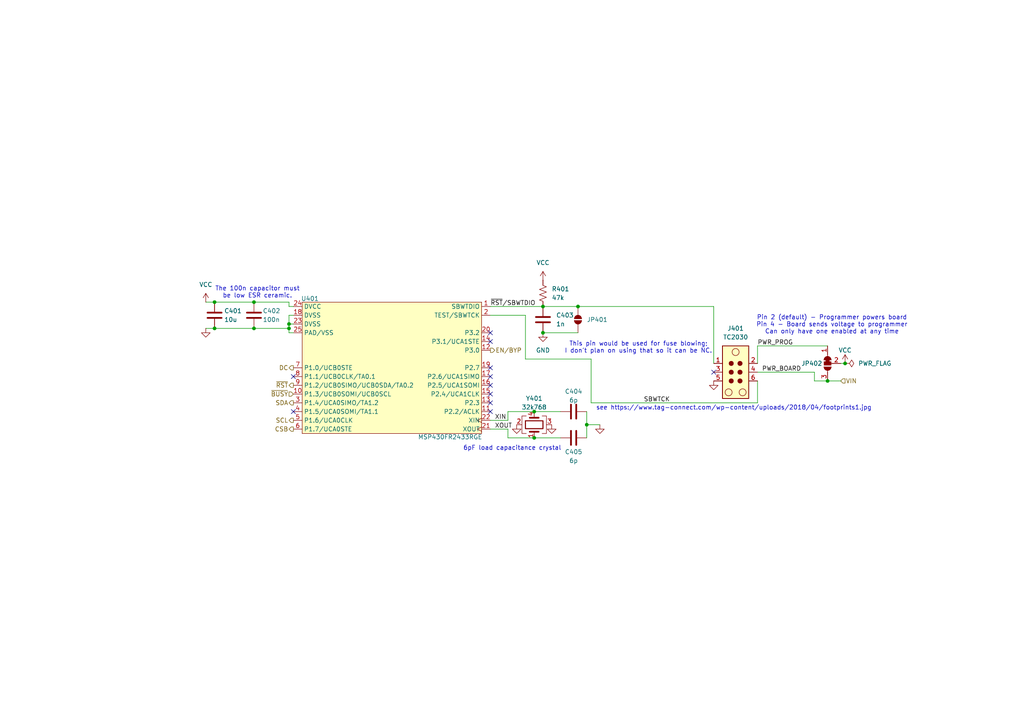
<source format=kicad_sch>
(kicad_sch (version 20250114) (generator "eeschema") (generator_version "9.0")
  (paper "A4")
  (title_block (title "Game of Life PCB Business Card") (date "2025-08-29") (rev "1.0") (company "Adam Sura"))
  (lib_symbols
    (symbol "Device:C" (pin_numbers (hide yes)) (pin_names (offset 0.254))
      (property "Reference" "C" (at 0.635 2.54 0))
      (property "Value" "C" (at 0.635 -2.54 0))
      (symbol "C_0_1"
        (polyline (pts (xy -2.032 0.762) (xy 2.032 0.762)) (stroke (width 0.508)))
        (polyline (pts (xy -2.032 -0.762) (xy 2.032 -0.762)) (stroke (width 0.508)))
      )
      (symbol "C_1_1"
        (pin passive line (at 0 3.81 270) (length 2.794) (name "~") (number "1"))
        (pin passive line (at 0 -3.81 90) (length 2.794) (name "~") (number "2"))
      )
    )
    (symbol "Device:Crystal_GND23" (pin_names (offset 1.016) (hide yes))
      (property "Reference" "Y" (at 3.175 5.08 0))
      (property "Value" "Crystal_GND23" (at 3.175 3.175 0))
      (symbol "Crystal_GND23_0_1"
        (polyline (pts (xy -2.54 2.286) (xy -2.54 3.556) (xy 2.54 3.556) (xy 2.54 2.286)))
        (polyline (pts (xy -2.54 0) (xy -2.032 0)))
        (polyline (pts (xy -2.54 -2.286) (xy -2.54 -3.556) (xy 2.54 -3.556) (xy 2.54 -2.286)))
        (polyline (pts (xy -2.032 -1.27) (xy -2.032 1.27)) (stroke (width 0.508)))
        (rectangle (start -1.143 2.54) (end 1.143 -2.54) (stroke (width 0.3048)))
        (polyline (pts (xy 0 3.556) (xy 0 3.81)))
        (polyline (pts (xy 0 -3.81) (xy 0 -3.556)))
        (polyline (pts (xy 2.032 0) (xy 2.54 0)))
        (polyline (pts (xy 2.032 -1.27) (xy 2.032 1.27)) (stroke (width 0.508)))
      )
      (symbol "Crystal_GND23_1_1"
        (pin passive line (at -3.81 0 0) (length 1.27) (name "1") (number "1"))
        (pin passive line (at 0 5.08 270) (length 1.27) (name "2") (number "2"))
        (pin passive line (at 0 -5.08 90) (length 1.27) (name "3") (number "3"))
        (pin passive line (at 3.81 0 180) (length 1.27) (name "4") (number "4"))
      )
    )
    (symbol "Device:R_US" (pin_numbers (hide yes)) (pin_names (offset 0))
      (property "Reference" "R" (at 2.54 0 90))
      (property "Value" "R_US" (at -2.54 0 90))
      (symbol "R_US_0_1"
        (polyline (pts (xy 0 2.286) (xy 0 2.54)))
        (polyline (pts (xy 0 2.286) (xy 1.016 1.905) (xy 0 1.524) (xy -1.016 1.143) (xy 0 0.762)))
        (polyline (pts (xy 0 0.762) (xy 1.016 0.381) (xy 0 0) (xy -1.016 -0.381) (xy 0 -0.762)))
        (polyline (pts (xy 0 -0.762) (xy 1.016 -1.143) (xy 0 -1.524) (xy -1.016 -1.905) (xy 0 -2.286)))
        (polyline (pts (xy 0 -2.286) (xy 0 -2.54)))
      )
      (symbol "R_US_1_1"
        (pin passive line (at 0 3.81 270) (length 1.27) (name "~") (number "1"))
        (pin passive line (at 0 -3.81 90) (length 1.27) (name "~") (number "2"))
      )
    )
    (symbol "Jumper:SolderJumper_2_Open" (pin_numbers (hide yes)) (pin_names (offset 0) (hide yes)) (in_bom no)
      (property "Reference" "JP" (at 0 2.032 0))
      (property "Value" "SolderJumper_2_Open" (at 0 -2.54 0))
      (symbol "SolderJumper_2_Open_0_1"
        (polyline (pts (xy -0.254 1.016) (xy -0.254 -1.016)))
        (arc (start -0.254 -1.016) (mid -1.2656 0) (end -0.254 1.016))
        (arc (start -0.254 -1.016) (mid -1.2656 0) (end -0.254 1.016) (fill (type outline)))
        (arc (start 0.254 1.016) (mid 1.2656 0) (end 0.254 -1.016))
        (arc (start 0.254 1.016) (mid 1.2656 0) (end 0.254 -1.016) (fill (type outline)))
        (polyline (pts (xy 0.254 1.016) (xy 0.254 -1.016)))
      )
      (symbol "SolderJumper_2_Open_1_1"
        (pin passive line (at -3.81 0 0) (length 2.54) (name "A") (number "1"))
        (pin passive line (at 3.81 0 180) (length 2.54) (name "B") (number "2"))
      )
    )
    (symbol "Jumper:SolderJumper_3_Bridged12" (pin_names (offset 0) (hide yes)) (in_bom no)
      (property "Reference" "JP" (at -2.54 -2.54 0))
      (property "Value" "SolderJumper_3_Bridged12" (at 0 2.794 0))
      (symbol "SolderJumper_3_Bridged12_0_1"
        (polyline (pts (xy -2.54 0) (xy -2.032 0)))
        (polyline (pts (xy -1.016 1.016) (xy -1.016 -1.016)))
        (rectangle (start -1.016 0.508) (end -0.508 -0.508) (fill (type outline)))
        (arc (start -1.016 -1.016) (mid -2.0276 0) (end -1.016 1.016))
        (arc (start -1.016 -1.016) (mid -2.0276 0) (end -1.016 1.016) (fill (type outline)))
        (rectangle (start -0.508 1.016) (end 0.508 -1.016) (fill (type outline)))
        (polyline (pts (xy 0 -1.27) (xy 0 -1.016)))
        (arc (start 1.016 1.016) (mid 2.0276 0) (end 1.016 -1.016))
        (arc (start 1.016 1.016) (mid 2.0276 0) (end 1.016 -1.016) (fill (type outline)))
        (polyline (pts (xy 1.016 1.016) (xy 1.016 -1.016)))
        (polyline (pts (xy 2.54 0) (xy 2.032 0)))
      )
      (symbol "SolderJumper_3_Bridged12_1_1"
        (pin passive line (at -5.08 0 0) (length 2.54) (name "A") (number "1"))
        (pin passive line (at 0 -3.81 90) (length 2.54) (name "C") (number "2"))
        (pin passive line (at 5.08 0 180) (length 2.54) (name "B") (number "3"))
      )
    )
    (symbol "gol_card_sym:MSP430FR2433"
      (property "Reference" "U" (at -24.638 18.796 0))
      (property "Value" "MSP430FR2433RGE" (at 0 0 0))
      (symbol "MSP430FR2433_1_1"
        (rectangle (start -25.4 17.78) (end 26.67 -20.32) (fill (type color) (color 255 255 194 1)))
        (pin power_in line (at -27.94 16.51 0) (length 2.54) (name "DVCC") (number "24"))
        (pin power_in line (at -27.94 13.97 0) (length 2.54) (name "DVSS") (number "18"))
        (pin power_in line (at -27.94 11.43 0) (length 2.54) (name "DVSS") (number "23"))
        (pin power_in line (at -27.94 8.89 0) (length 2.54) (name "PAD/VSS") (number "25"))
        (pin bidirectional line (at -27.94 -1.27 0) (length 2.54) (name "P1.0/UCB0STE") (number "7"))
        (pin bidirectional line (at -27.94 -3.81 0) (length 2.54) (name "P1.1/UCB0CLK/TA0.1") (number "8"))
        (pin bidirectional line (at -27.94 -6.35 0) (length 2.54) (name "P1.2/UCB0SIMO/UCB0SDA/TA0.2") (number "9"))
        (pin bidirectional line (at -27.94 -8.89 0) (length 2.54) (name "P1.3/UCB0SOMI/UCB0SCL") (number "10"))
        (pin bidirectional line (at -27.94 -11.43 0) (length 2.54) (name "P1.4/UCA0SIMO/TA1.2") (number "3"))
        (pin bidirectional line (at -27.94 -13.97 0) (length 2.54) (name "P1.5/UCA0SOMI/TA1.1") (number "4"))
        (pin bidirectional line (at -27.94 -16.51 0) (length 2.54) (name "P1.6/UCA0CLK") (number "5"))
        (pin bidirectional line (at -27.94 -19.05 0) (length 2.54) (name "P1.7/UCA0STE") (number "6"))
        (pin input line (at 29.21 16.51 180) (length 2.54) (name "~{RST}/NMI") (number "1") (alternate "SBWTDIO" bidirectional line))
        (pin input line (at 29.21 13.97 180) (length 2.54) (name "TEST/SBWTCK") (number "2"))
        (pin bidirectional line (at 29.21 8.89 180) (length 2.54) (name "P3.2") (number "20"))
        (pin bidirectional line (at 29.21 6.35 180) (length 2.54) (name "P3.1/UCA1STE") (number "14"))
        (pin bidirectional line (at 29.21 3.81 180) (length 2.54) (name "P3.0") (number "12"))
        (pin bidirectional line (at 29.21 -1.27 180) (length 2.54) (name "P2.7") (number "19"))
        (pin bidirectional line (at 29.21 -3.81 180) (length 2.54) (name "P2.6/UCA1SIMO") (number "17"))
        (pin bidirectional line (at 29.21 -6.35 180) (length 2.54) (name "P2.5/UCA1SOMI") (number "16"))
        (pin bidirectional line (at 29.21 -8.89 180) (length 2.54) (name "P2.4/UCA1CLK") (number "15"))
        (pin bidirectional line (at 29.21 -11.43 180) (length 2.54) (name "P2.3") (number "13"))
        (pin bidirectional line (at 29.21 -13.97 180) (length 2.54) (name "P2.2/ACLK") (number "11"))
        (pin bidirectional line (at 29.21 -16.51 180) (length 2.54) (name "P2.1") (number "22") (alternate "XIN" input clock))
        (pin bidirectional line (at 29.21 -19.05 180) (length 2.54) (name "P2.0") (number "21") (alternate "XOUT" output clock))
      )
    )
    (symbol "gol_card_sym:TC2030_Legs" (in_bom no)
      (property "Reference" "J" (at 1.27 8.89 0))
      (property "Value" "TC2030_Legs" (at 1.27 -8.89 0))
      (symbol "TC2030_Legs_1_1"
        (rectangle (start -2.54 7.62) (end 5.08 -7.62) (stroke (width 0.254)) (fill (type background)))
        (circle (center -0.762 -5.842) (radius 1.016))
        (circle (center 0 2.54) (radius 0.635) (fill (type outline)))
        (circle (center 0 0) (radius 0.635) (fill (type outline)))
        (circle (center 0 -2.54) (radius 0.635) (fill (type outline)))
        (circle (center 1.27 5.842) (radius 1.016))
        (circle (center 2.54 2.54) (radius 0.635) (fill (type outline)))
        (circle (center 2.54 0) (radius 0.635) (fill (type outline)))
        (circle (center 2.54 -2.54) (radius 0.635) (fill (type outline)))
        (circle (center 3.302 -5.842) (radius 1.016))
        (pin passive line (at -5.08 2.54 0) (length 2.54) (name "~") (number "1"))
        (pin passive line (at -5.08 0 0) (length 2.54) (name "~") (number "3"))
        (pin passive line (at -5.08 -2.54 0) (length 2.54) (name "~") (number "5"))
        (pin passive line (at 7.62 2.54 180) (length 2.54) (name "~") (number "2"))
        (pin passive line (at 7.62 0 180) (length 2.54) (name "~") (number "4"))
        (pin passive line (at 7.62 -2.54 180) (length 2.54) (name "~") (number "6"))
      )
    )
    (symbol "power:GND" (power) (pin_numbers (hide yes)) (pin_names (offset 0) (hide yes))
      (property "Value" "GND" (at 0 -3.81 0))
      (symbol "GND_0_1"
        (polyline (pts (xy 0 0) (xy 0 -1.27) (xy 1.27 -1.27) (xy 0 -2.54) (xy -1.27 -1.27) (xy 0 -1.27)))
      )
      (symbol "GND_1_1"
        (pin power_in line (at 0 0 270) (length 0) (name "~") (number "1"))
      )
    )
    (symbol "power:PWR_FLAG" (power) (pin_numbers (hide yes)) (pin_names (offset 0) (hide yes))
      (property "Value" "PWR_FLAG" (at 0 3.81 0))
      (symbol "PWR_FLAG_0_0"
        (pin power_out line (at 0 0 90) (length 0) (name "~") (number "1"))
      )
      (symbol "PWR_FLAG_0_1"
        (polyline (pts (xy 0 0) (xy 0 1.27) (xy -1.016 1.905) (xy 0 2.54) (xy 1.016 1.905) (xy 0 1.27)))
      )
    )
    (symbol "power:VCC" (power) (pin_numbers (hide yes)) (pin_names (offset 0) (hide yes))
      (property "Value" "VCC" (at 0 3.556 0))
      (symbol "VCC_0_1"
        (polyline (pts (xy -0.762 1.27) (xy 0 2.54)))
        (polyline (pts (xy 0 2.54) (xy 0.762 1.27)))
        (polyline (pts (xy 0 0) (xy 0 2.54)))
      )
      (symbol "VCC_1_1"
        (pin power_in line (at 0 0 90) (length 0) (name "~") (number "1"))
      )
    )
  )
  (text "The 100n capacitor must\nbe low ESR ceramic." (at 74.676 84.836 0) (effects (font (size 1.27 1.27))))
  (text "see https://www.tag-connect.com/wp-content/uploads/2018/04/footprints1.jpg" (at 212.852 118.364 0) (effects (font (size 1.27 1.27))))
  (text "Pin 2 (default) - Programmer powers board\nPin 4 - Board sends voltage to programmer\nCan only have one enabled at any time" (at 241.3 94.234 0) (effects (font (size 1.27 1.27))))
  (text "This pin would be used for fuse blowing;\nI don't plan on using that so it can be NC." (at 185.166 100.838 0) (effects (font (size 1.27 1.27))))
  (text "6pF load capacitance crystal" (at 148.59 130.048 0) (effects (font (size 1.27 1.27))))
  (junction (at 245.11 105.41))
  (junction (at 62.23 95.25))
  (junction (at 62.23 87.63))
  (junction (at 167.64 88.9))
  (junction (at 83.82 95.25))
  (junction (at 154.94 127))
  (junction (at 154.94 119.38))
  (junction (at 73.66 95.25))
  (junction (at 240.03 110.49))
  (junction (at 83.82 93.98))
  (junction (at 157.48 96.52))
  (junction (at 170.18 123.19))
  (junction (at 157.48 88.9))
  (junction (at 73.66 87.63))
  (no_connect (at 142.24 116.84))
  (no_connect (at 207.01 107.95))
  (no_connect (at 142.24 109.22))
  (no_connect (at 85.09 119.38))
  (no_connect (at 142.24 114.3))
  (no_connect (at 142.24 111.76))
  (no_connect (at 142.24 96.52))
  (no_connect (at 142.24 106.68))
  (no_connect (at 142.24 119.38))
  (no_connect (at 85.09 109.22))
  (no_connect (at 142.24 99.06))
  (wire (pts (xy 59.69 87.63) (xy 62.23 87.63)))
  (wire (pts (xy 171.45 104.14) (xy 152.4 104.14)))
  (wire (pts (xy 243.84 105.41) (xy 245.11 105.41)))
  (wire (pts (xy 170.18 119.38) (xy 170.18 123.19)))
  (wire (pts (xy 219.71 110.49) (xy 219.71 116.84)))
  (wire (pts (xy 83.82 96.52) (xy 85.09 96.52)))
  (wire (pts (xy 142.24 121.92) (xy 147.32 121.92)))
  (wire (pts (xy 167.64 88.9) (xy 207.01 88.9)))
  (wire (pts (xy 219.71 116.84) (xy 171.45 116.84)))
  (wire (pts (xy 240.03 110.49) (xy 236.22 110.49)))
  (wire (pts (xy 73.66 95.25) (xy 83.82 95.25)))
  (wire (pts (xy 219.71 100.33) (xy 219.71 105.41)))
  (wire (pts (xy 62.23 95.25) (xy 73.66 95.25)))
  (wire (pts (xy 240.03 100.33) (xy 219.71 100.33)))
  (wire (pts (xy 236.22 110.49) (xy 236.22 107.95)))
  (wire (pts (xy 83.82 91.44) (xy 83.82 93.98)))
  (wire (pts (xy 154.94 119.38) (xy 162.56 119.38)))
  (wire (pts (xy 73.66 87.63) (xy 83.82 87.63)))
  (wire (pts (xy 83.82 95.25) (xy 83.82 93.98)))
  (wire (pts (xy 157.48 96.52) (xy 167.64 96.52)))
  (wire (pts (xy 142.24 124.46) (xy 147.32 124.46)))
  (wire (pts (xy 154.94 127) (xy 162.56 127)))
  (wire (pts (xy 83.82 93.98) (xy 85.09 93.98)))
  (wire (pts (xy 207.01 88.9) (xy 207.01 105.41)))
  (wire (pts (xy 83.82 88.9) (xy 85.09 88.9)))
  (wire (pts (xy 170.18 123.19) (xy 170.18 127)))
  (wire (pts (xy 147.32 121.92) (xy 147.32 119.38)))
  (wire (pts (xy 240.03 110.49) (xy 243.84 110.49)))
  (wire (pts (xy 170.18 123.19) (xy 173.99 123.19)))
  (wire (pts (xy 83.82 95.25) (xy 83.82 96.52)))
  (wire (pts (xy 85.09 91.44) (xy 83.82 91.44)))
  (wire (pts (xy 62.23 87.63) (xy 73.66 87.63)))
  (wire (pts (xy 59.69 95.25) (xy 62.23 95.25)))
  (wire (pts (xy 142.24 91.44) (xy 152.4 91.44)))
  (wire (pts (xy 171.45 116.84) (xy 171.45 104.14)))
  (wire (pts (xy 152.4 104.14) (xy 152.4 91.44)))
  (wire (pts (xy 83.82 87.63) (xy 83.82 88.9)))
  (wire (pts (xy 142.24 88.9) (xy 157.48 88.9)))
  (wire (pts (xy 147.32 119.38) (xy 154.94 119.38)))
  (wire (pts (xy 236.22 107.95) (xy 219.71 107.95)))
  (wire (pts (xy 157.48 88.9) (xy 167.64 88.9)))
  (wire (pts (xy 147.32 127) (xy 154.94 127)))
  (wire (pts (xy 147.32 124.46) (xy 147.32 127)))
  (label "XIN" (at 143.51 121.92 0))
  (label "XOUT" (at 143.51 124.46 0))
  (label "PWR_PROG" (at 219.71 100.33 0))
  (label "SBWTCK" (at 186.69 116.84 0))
  (label "~{RST}{slash}SBWTDIO" (at 142.24 88.9 0))
  (label "PWR_BOARD" (at 220.98 107.95 0))
  (hierarchical_label "~{RST}" (shape output) (at 85.09 111.76 180))
  (hierarchical_label "~{BUSY}" (shape input) (at 85.09 114.3 180))
  (hierarchical_label "DC" (shape output) (at 85.09 106.68 180))
  (hierarchical_label "CSB" (shape output) (at 85.09 124.46 180))
  (hierarchical_label "SDA" (shape output) (at 85.09 116.84 180))
  (hierarchical_label "VIN" (shape input) (at 243.84 110.49 0))
  (hierarchical_label "EN{slash}BYP" (shape output) (at 142.24 101.6 0))
  (hierarchical_label "SCL" (shape output) (at 85.09 121.92 180))
  (symbol (lib_id "gol_card_sym:TC2030_Legs") (at 212.09 107.95 0) (unit 1) (in_bom no)
    (property "Reference" "J401" (at 213.36 95.25 0))
    (property "Value" "TC2030" (at 213.36 97.79 0))
    (property "Footprint" "gol_card_fp:TC2030_Legs_PTH" (effects (hide yes)))
    (property "Datasheet" "https://www.tag-connect.com/wp-content/uploads/bsk-pdf-manager/2019/12/TC2030-IDC-NL-Datasheet-Rev-B.pdf" (effects (hide yes)))
    (property "Description" "Tag-Connect’s 6-pins connector" (effects (hide yes)))
  )
  (symbol (lib_id "Device:C") (at 157.48 92.71 0) (unit 1)
    (property "Reference" "C403" (at 161.29 91.4399 0) (effects (justify left)))
    (property "Value" "1n" (at 161.29 93.9799 0) (effects (justify left)))
    (property "Footprint" "Capacitor_SMD:C_0402_1005Metric" (effects (hide yes)))
    (property "Datasheet" "https://search.murata.co.jp/Ceramy/image/img/A01X/G101/ENG/GRM155R71H102KA01-01.pdf" (effects (hide yes)))
    (property "Description" "Unpolarized capacitor" (effects (hide yes)))
    (property "SKU" "GRM155R71H102KA01D" (effects (hide yes)))
  )
  (symbol (lib_id "power:VCC") (at 157.48 81.28 0) (unit 1)
    (property "Reference" "#PWR06" (effects (hide yes)))
    (property "Value" "VCC" (at 157.48 76.2 0))
    (property "Description" "Power symbol creates a global label with name \"VCC\"" (effects (hide yes)))
  )
  (symbol (lib_id "power:GND") (at 59.69 95.25 0) (unit 1)
    (property "Reference" "#PWR03" (effects (hide yes)))
    (property "Value" "GND" (effects (hide yes)))
    (property "Description" "Power symbol creates a global label with name \"GND\" , ground" (effects (hide yes)))
  )
  (symbol (lib_id "Jumper:SolderJumper_2_Open") (at 167.64 92.71 270) (unit 1) (in_bom no)
    (property "Reference" "JP401" (at 170.18 92.7099 90) (effects (justify left)))
    (property "Value" "SolderJumper_2_Open" (effects (hide yes)))
    (property "Footprint" "Jumper:SolderJumper-2_P1.3mm_Open_TrianglePad1.0x1.5mm" (effects (hide yes)))
    (property "Description" "Solder Jumper, 2-pole, open" (effects (hide yes)))
  )
  (symbol (lib_id "Device:C") (at 73.66 91.44 0) (unit 1)
    (property "Reference" "C402" (at 76.2 90.17 0) (effects (justify left)))
    (property "Value" "100n" (at 76.2 92.71 0) (effects (justify left)))
    (property "Footprint" "Capacitor_SMD:C_0603_1608Metric" (effects (hide yes)))
    (property "Datasheet" "https://datasheets.kyocera-avx.com/KGM_X7R.pdf" (effects (hide yes)))
    (property "Description" "Unpolarized capacitor" (effects (hide yes)))
    (property "SKU" "KGM15BR71H104JT" (effects (hide yes)))
  )
  (symbol (lib_id "power:GND") (at 207.01 110.49 0) (unit 1)
    (property "Reference" "#PWR022" (effects (hide yes)))
    (property "Value" "GND" (effects (hide yes)))
    (property "Description" "Power symbol creates a global label with name \"GND\" , ground" (effects (hide yes)))
  )
  (symbol (lib_id "power:GND") (at 160.02 123.19 0) (unit 1)
    (property "Reference" "#PWR04" (effects (hide yes)))
    (property "Value" "GND" (effects (hide yes)))
    (property "Description" "Power symbol creates a global label with name \"GND\" , ground" (effects (hide yes)))
  )
  (symbol (lib_id "Device:C") (at 166.37 119.38 90) (unit 1)
    (property "Reference" "C404" (at 166.37 113.538 90))
    (property "Value" "6p" (at 166.37 116.078 90))
    (property "Footprint" "Capacitor_SMD:C_0402_1005Metric" (effects (hide yes)))
    (property "Datasheet" "https://calchip.com/wp-content/uploads/2023/09/GMC-Series-2.pdf" (effects (hide yes)))
    (property "Description" "Unpolarized capacitor" (effects (hide yes)))
    (property "SKU" "GMC04CG6R0B50NT" (effects (hide yes)))
  )
  (symbol (lib_id "Device:C") (at 62.23 91.44 0) (unit 1)
    (property "Reference" "C401" (at 65.024 90.17 0) (effects (justify left)))
    (property "Value" "10u" (at 65.024 92.71 0) (effects (justify left)))
    (property "Footprint" "Capacitor_SMD:C_0603_1608Metric" (effects (hide yes)))
    (property "Datasheet" "https://mm.digikey.com/Volume0/opasdata/d220001/medias/docus/1231/LMK107BBJ106MALT_SS.pdf" (effects (hide yes)))
    (property "Description" "Unpolarized capacitor" (effects (hide yes)))
    (property "SKU" "LMK107BBJ106MALT" (effects (hide yes)))
  )
  (symbol (lib_id "power:PWR_FLAG") (at 245.11 105.41 270) (unit 1)
    (property "Reference" "#FLG03" (effects (hide yes)))
    (property "Value" "PWR_FLAG" (at 248.92 105.4099 90) (effects (justify left)))
    (property "Description" "Special symbol for telling ERC where power comes from" (effects (hide yes)))
  )
  (symbol (lib_id "power:GND") (at 149.86 123.19 0) (unit 1)
    (property "Reference" "#PWR025" (effects (hide yes)))
    (property "Value" "GND" (effects (hide yes)))
    (property "Description" "Power symbol creates a global label with name \"GND\" , ground" (effects (hide yes)))
  )
  (symbol (lib_id "Device:C") (at 166.37 127 90) (unit 1)
    (property "Reference" "C405" (at 166.37 131.064 90))
    (property "Value" "6p" (at 166.37 133.604 90))
    (property "Footprint" "Capacitor_SMD:C_0402_1005Metric" (effects (hide yes)))
    (property "Datasheet" "https://calchip.com/wp-content/uploads/2023/09/GMC-Series-2.pdf" (effects (hide yes)))
    (property "Description" "Unpolarized capacitor" (effects (hide yes)))
    (property "SKU" "GMC04CG6R0B50NT" (effects (hide yes)))
  )
  (symbol (lib_id "power:GND") (at 173.99 123.19 0) (unit 1)
    (property "Reference" "#PWR05" (effects (hide yes)))
    (property "Value" "GND" (effects (hide yes)))
    (property "Description" "Power symbol creates a global label with name \"GND\" , ground" (effects (hide yes)))
  )
  (symbol (lib_id "Jumper:SolderJumper_3_Bridged12") (at 240.03 105.41 90) (mirror x) (unit 1) (in_bom no)
    (property "Reference" "JP402" (at 238.506 105.41 90) (effects (justify left)))
    (property "Value" "SolderJumper_3_Bridged12" (effects (hide yes)))
    (property "Footprint" "Jumper:SolderJumper-3_P1.3mm_Bridged12_Pad1.0x1.5mm_NumberLabels" (effects (hide yes)))
    (property "Description" "3-pole Solder Jumper, pins 1+2 closed/bridged" (effects (hide yes)))
  )
  (symbol (lib_id "power:VCC") (at 245.11 105.41 0) (unit 1)
    (property "Reference" "#PWR021" (effects (hide yes)))
    (property "Value" "VCC" (at 245.11 101.6 0))
    (property "Description" "Power symbol creates a global label with name \"VCC\"" (effects (hide yes)))
  )
  (symbol (lib_id "Device:R_US") (at 157.48 85.09 0) (unit 1)
    (property "Reference" "R401" (at 160.02 83.8199 0) (effects (justify left)))
    (property "Value" "47k" (at 160.02 86.3599 0) (effects (justify left)))
    (property "Footprint" "Resistor_SMD:R_0402_1005Metric" (effects (hide yes)))
    (property "Datasheet" "https://www.yageo.com/upload/media/product/products/datasheet/rchip/PYu-RC_Group_51_RoHS_L_12.pdf" (effects (hide yes)))
    (property "Description" "Resistor, US symbol" (effects (hide yes)))
    (property "SKU" "RC0402FR-0747KL" (effects (hide yes)))
  )
  (symbol (lib_id "power:GND") (at 157.48 96.52 0) (unit 1)
    (property "Reference" "#PWR07" (effects (hide yes)))
    (property "Value" "GND" (at 157.48 101.6 0))
    (property "Description" "Power symbol creates a global label with name \"GND\" , ground" (effects (hide yes)))
  )
  (symbol (lib_id "power:VCC") (at 59.69 87.63 0) (unit 1)
    (property "Reference" "#PWR02" (effects (hide yes)))
    (property "Value" "VCC" (at 59.69 82.55 0))
    (property "Description" "Power symbol creates a global label with name \"VCC\"" (effects (hide yes)))
  )
  (symbol (lib_id "Device:Crystal_GND23") (at 154.94 123.19 90) (unit 1)
    (property "Reference" "Y401" (at 154.94 115.57 90))
    (property "Value" "32k768" (at 154.94 118.11 90))
    (property "Footprint" "Crystal:Crystal_SMD_Abracon_ABS25-4Pin_8.0x3.8mm" (effects (hide yes)))
    (property "Datasheet" "https://ecsxtal.com/store/pdf/ecx-306x.pdf" (effects (hide yes)))
    (property "Description" "Four pin crystal, GND on pins 2 and 3" (effects (hide yes)))
    (property "SKU" "ECS-.327-6-17X-TR" (effects (hide yes)))
  )
  (symbol (lib_id "gol_card_sym:MSP430FR2433") (at 113.03 105.41 0) (unit 1)
    (property "Reference" "U401" (at 89.916 86.614 0))
    (property "Value" "MSP430FR2433RGE" (at 130.556 126.746 0))
    (property "Footprint" "Package_DFN_QFN:Texas_RGE0024H_VQFN-24-1EP_4x4mm_P0.5mm_EP2.7x2.7mm" (effects (hide yes)))
    (property "Datasheet" "https://www.ti.com/lit/ds/symlink/msp430fr2433.pdf" (effects (hide yes)))
    (property "Description" "16KB FRAM, 4KB SRAM, QFN-24" (effects (hide yes)))
    (property "SKU" "MSP430FR2433RGE" (effects (hide yes)))
    (pin "1" (alternate "SBWTDIO"))
    (pin "21" (alternate "XOUT"))
    (pin "22" (alternate "XIN"))
  )
)
</source>
